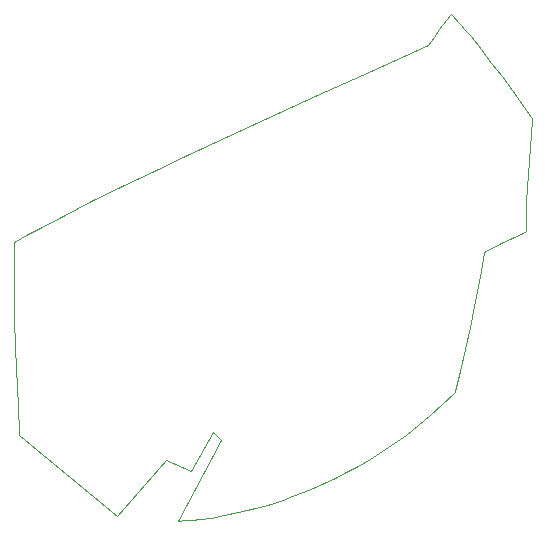
<source format=gbr>
%TF.GenerationSoftware,KiCad,Pcbnew,(5.1.10)-1*%
%TF.CreationDate,2021-10-13T15:42:42-04:00*%
%TF.ProjectId,TFTS-HTH-SAO-Scout-IS,54465453-2d48-4544-982d-53414f2d5363,rev?*%
%TF.SameCoordinates,Original*%
%TF.FileFunction,Profile,NP*%
%FSLAX46Y46*%
G04 Gerber Fmt 4.6, Leading zero omitted, Abs format (unit mm)*
G04 Created by KiCad (PCBNEW (5.1.10)-1) date 2021-10-13 15:42:42*
%MOMM*%
%LPD*%
G01*
G04 APERTURE LIST*
%TA.AperFunction,Profile*%
%ADD10C,0.100000*%
%TD*%
G04 APERTURE END LIST*
D10*
X137160000Y-107950000D02*
X136525000Y-107315000D01*
X134658700Y-110580200D02*
X136525000Y-107315000D01*
X137160000Y-107950000D02*
X133582000Y-114801100D01*
X163432300Y-80604660D02*
X161794100Y-78322510D01*
X161794100Y-78322510D02*
X160952100Y-77173840D01*
X160952100Y-77173840D02*
X160091400Y-76033210D01*
X160091400Y-76033210D02*
X159215000Y-74904210D01*
X159215000Y-74904210D02*
X158327900Y-73793980D01*
X158327900Y-73793980D02*
X157881200Y-73262350D01*
X157881200Y-73262350D02*
X157437200Y-72749489D01*
X157437200Y-72749489D02*
X156661000Y-71858807D01*
X156661000Y-71858807D02*
X156575200Y-71969695D01*
X156575200Y-71969695D02*
X155670200Y-73168000D01*
X155670200Y-73168000D02*
X155200200Y-73814100D01*
X155200200Y-73814100D02*
X154743700Y-74484350D01*
X154743700Y-74484350D02*
X154700800Y-74552320D01*
X154700800Y-74552320D02*
X149873300Y-76696920D01*
X149873300Y-76696920D02*
X145342000Y-78737760D01*
X145342000Y-78737760D02*
X140010800Y-81173860D01*
X140010800Y-81173860D02*
X134338600Y-83817400D01*
X134338600Y-83817400D02*
X131518000Y-85158200D01*
X131518000Y-85158200D02*
X128784160Y-86480400D01*
X128784160Y-86480400D02*
X126194510Y-87760600D01*
X126194510Y-87760600D02*
X123806360Y-88975300D01*
X123806360Y-88975300D02*
X121677090Y-90100900D01*
X121677090Y-90100900D02*
X120727450Y-90623000D01*
X120727450Y-90623000D02*
X119864036Y-91114000D01*
X119864036Y-91114000D02*
X119703069Y-91207000D01*
X119703069Y-91207000D02*
X119688761Y-91393000D01*
X119688761Y-91393000D02*
X119654509Y-92016600D01*
X119654509Y-92016600D02*
X119637579Y-92842300D01*
X119637579Y-92842300D02*
X119647513Y-94969600D01*
X119647513Y-94969600D02*
X119702217Y-97515000D01*
X119702217Y-97515000D02*
X119785341Y-100218000D01*
X119785341Y-100218000D02*
X119971459Y-105056600D01*
X119971459Y-105056600D02*
X120075081Y-107403800D01*
X120075081Y-107403800D02*
X120082235Y-107564800D01*
X120082235Y-107564800D02*
X128398850Y-114364700D01*
X128398850Y-114364700D02*
X132519600Y-109625200D01*
X132519600Y-109625200D02*
X134658700Y-110580200D01*
X133582000Y-114801100D02*
X134154300Y-114783300D01*
X134154300Y-114783300D02*
X134771200Y-114741000D01*
X134771200Y-114741000D02*
X135441700Y-114669800D01*
X135441700Y-114669800D02*
X136328700Y-114547200D01*
X136328700Y-114547200D02*
X137413300Y-114359500D01*
X137413300Y-114359500D02*
X138677000Y-114093100D01*
X138677000Y-114093100D02*
X139370000Y-113926200D01*
X139370000Y-113926200D02*
X140100800Y-113734500D01*
X140100800Y-113734500D02*
X140866900Y-113516400D01*
X140866900Y-113516400D02*
X141666100Y-113270200D01*
X141666100Y-113270200D02*
X142438200Y-113013600D01*
X142438200Y-113013600D02*
X143251000Y-112722800D01*
X143251000Y-112722800D02*
X144101000Y-112395800D01*
X144101000Y-112395800D02*
X144984700Y-112030700D01*
X144984700Y-112030700D02*
X145898300Y-111625500D01*
X145898300Y-111625500D02*
X146838400Y-111178400D01*
X146838400Y-111178400D02*
X147801300Y-110687200D01*
X147801300Y-110687200D02*
X148783500Y-110150100D01*
X148783500Y-110150100D02*
X149781300Y-109565100D01*
X149781300Y-109565100D02*
X150791300Y-108930400D01*
X150791300Y-108930400D02*
X151809800Y-108243800D01*
X151809800Y-108243800D02*
X152833100Y-107503500D01*
X152833100Y-107503500D02*
X153857900Y-106707600D01*
X153857900Y-106707600D02*
X154880300Y-105854000D01*
X154880300Y-105854000D02*
X155897000Y-104940900D01*
X155897000Y-104940900D02*
X156904300Y-103966300D01*
X156904300Y-103966300D02*
X156972200Y-103898300D01*
X156972200Y-103898300D02*
X156997300Y-103808900D01*
X156997300Y-103808900D02*
X157432900Y-102121300D01*
X157432900Y-102121300D02*
X157854900Y-100296200D01*
X157854900Y-100296200D02*
X158251500Y-98433400D01*
X158251500Y-98433400D02*
X158610900Y-96632900D01*
X158610900Y-96632900D02*
X159171800Y-93618200D01*
X159171800Y-93618200D02*
X159443900Y-92051200D01*
X159443900Y-92051200D02*
X160874800Y-91328600D01*
X160874800Y-91328600D02*
X161833000Y-90860500D01*
X161833000Y-90860500D02*
X162799200Y-90405700D01*
X162799200Y-90405700D02*
X162799200Y-90405700D01*
X162799200Y-90405700D02*
X163003100Y-90294900D01*
X163003100Y-90294900D02*
X163003100Y-90087400D01*
X163003100Y-90087400D02*
X163008000Y-88933800D01*
X163008000Y-88933800D02*
X163042400Y-87780200D01*
X163042400Y-87780200D02*
X163097000Y-86628800D01*
X163097000Y-86628800D02*
X163167600Y-85480200D01*
X163167600Y-85480200D02*
X163335800Y-83180100D01*
X163335800Y-83180100D02*
X163525300Y-80883670D01*
X163525300Y-80883670D02*
X163536100Y-80747750D01*
X163536100Y-80747750D02*
X163432300Y-80604660D01*
M02*

</source>
